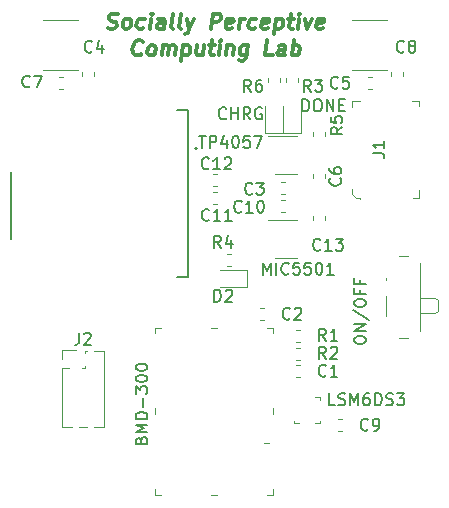
<source format=gbr>
G04 #@! TF.GenerationSoftware,KiCad,Pcbnew,5.0.2-bee76a0~70~ubuntu18.04.1*
G04 #@! TF.CreationDate,2019-06-28T20:51:35+02:00*
G04 #@! TF.ProjectId,rythm_badge_tudelft,72797468-6d5f-4626-9164-67655f747564,rev?*
G04 #@! TF.SameCoordinates,Original*
G04 #@! TF.FileFunction,Legend,Top*
G04 #@! TF.FilePolarity,Positive*
%FSLAX46Y46*%
G04 Gerber Fmt 4.6, Leading zero omitted, Abs format (unit mm)*
G04 Created by KiCad (PCBNEW 5.0.2-bee76a0~70~ubuntu18.04.1) date vr 28 jun 2019 20:51:35 CEST*
%MOMM*%
%LPD*%
G01*
G04 APERTURE LIST*
%ADD10C,0.300000*%
%ADD11C,0.127000*%
%ADD12C,0.200000*%
%ADD13C,0.120000*%
%ADD14C,0.100000*%
%ADD15C,0.150000*%
G04 APERTURE END LIST*
D10*
X84972273Y-56551190D02*
X85150250Y-56613095D01*
X85459773Y-56613095D01*
X85591321Y-56551190D01*
X85660964Y-56489285D01*
X85738345Y-56365476D01*
X85753821Y-56241666D01*
X85707392Y-56117857D01*
X85653226Y-56055952D01*
X85537154Y-55994047D01*
X85297273Y-55932142D01*
X85181202Y-55870238D01*
X85127035Y-55808333D01*
X85080607Y-55684523D01*
X85096083Y-55560714D01*
X85173464Y-55436904D01*
X85243107Y-55375000D01*
X85374654Y-55313095D01*
X85684178Y-55313095D01*
X85862154Y-55375000D01*
X86450250Y-56613095D02*
X86334178Y-56551190D01*
X86280011Y-56489285D01*
X86233583Y-56365476D01*
X86280011Y-55994047D01*
X86357392Y-55870238D01*
X86427035Y-55808333D01*
X86558583Y-55746428D01*
X86744297Y-55746428D01*
X86860369Y-55808333D01*
X86914535Y-55870238D01*
X86960964Y-55994047D01*
X86914535Y-56365476D01*
X86837154Y-56489285D01*
X86767511Y-56551190D01*
X86635964Y-56613095D01*
X86450250Y-56613095D01*
X88005607Y-56551190D02*
X87874059Y-56613095D01*
X87626440Y-56613095D01*
X87510369Y-56551190D01*
X87456202Y-56489285D01*
X87409773Y-56365476D01*
X87456202Y-55994047D01*
X87533583Y-55870238D01*
X87603226Y-55808333D01*
X87734773Y-55746428D01*
X87982392Y-55746428D01*
X88098464Y-55808333D01*
X88555011Y-56613095D02*
X88663345Y-55746428D01*
X88717511Y-55313095D02*
X88647869Y-55375000D01*
X88702035Y-55436904D01*
X88771678Y-55375000D01*
X88717511Y-55313095D01*
X88702035Y-55436904D01*
X89731202Y-56613095D02*
X89816321Y-55932142D01*
X89769892Y-55808333D01*
X89653821Y-55746428D01*
X89406202Y-55746428D01*
X89274654Y-55808333D01*
X89738940Y-56551190D02*
X89607392Y-56613095D01*
X89297869Y-56613095D01*
X89181797Y-56551190D01*
X89135369Y-56427380D01*
X89150845Y-56303571D01*
X89228226Y-56179761D01*
X89359773Y-56117857D01*
X89669297Y-56117857D01*
X89800845Y-56055952D01*
X90535964Y-56613095D02*
X90419892Y-56551190D01*
X90373464Y-56427380D01*
X90512750Y-55313095D01*
X91216916Y-56613095D02*
X91100845Y-56551190D01*
X91054416Y-56427380D01*
X91193702Y-55313095D01*
X91696678Y-55746428D02*
X91897869Y-56613095D01*
X92315726Y-55746428D02*
X91897869Y-56613095D01*
X91735369Y-56922619D01*
X91665726Y-56984523D01*
X91534178Y-57046428D01*
X93693107Y-56613095D02*
X93855607Y-55313095D01*
X94350845Y-55313095D01*
X94466916Y-55375000D01*
X94521083Y-55436904D01*
X94567511Y-55560714D01*
X94544297Y-55746428D01*
X94466916Y-55870238D01*
X94397273Y-55932142D01*
X94265726Y-55994047D01*
X93770488Y-55994047D01*
X95496083Y-56551190D02*
X95364535Y-56613095D01*
X95116916Y-56613095D01*
X95000845Y-56551190D01*
X94954416Y-56427380D01*
X95016321Y-55932142D01*
X95093702Y-55808333D01*
X95225250Y-55746428D01*
X95472869Y-55746428D01*
X95588940Y-55808333D01*
X95635369Y-55932142D01*
X95619892Y-56055952D01*
X94985369Y-56179761D01*
X96107392Y-56613095D02*
X96215726Y-55746428D01*
X96184773Y-55994047D02*
X96262154Y-55870238D01*
X96331797Y-55808333D01*
X96463345Y-55746428D01*
X96587154Y-55746428D01*
X97477035Y-56551190D02*
X97345488Y-56613095D01*
X97097869Y-56613095D01*
X96981797Y-56551190D01*
X96927630Y-56489285D01*
X96881202Y-56365476D01*
X96927630Y-55994047D01*
X97005011Y-55870238D01*
X97074654Y-55808333D01*
X97206202Y-55746428D01*
X97453821Y-55746428D01*
X97569892Y-55808333D01*
X98529416Y-56551190D02*
X98397869Y-56613095D01*
X98150250Y-56613095D01*
X98034178Y-56551190D01*
X97987750Y-56427380D01*
X98049654Y-55932142D01*
X98127035Y-55808333D01*
X98258583Y-55746428D01*
X98506202Y-55746428D01*
X98622273Y-55808333D01*
X98668702Y-55932142D01*
X98653226Y-56055952D01*
X98018702Y-56179761D01*
X99249059Y-55746428D02*
X99086559Y-57046428D01*
X99241321Y-55808333D02*
X99372869Y-55746428D01*
X99620488Y-55746428D01*
X99736559Y-55808333D01*
X99790726Y-55870238D01*
X99837154Y-55994047D01*
X99790726Y-56365476D01*
X99713345Y-56489285D01*
X99643702Y-56551190D01*
X99512154Y-56613095D01*
X99264535Y-56613095D01*
X99148464Y-56551190D01*
X100239535Y-55746428D02*
X100734773Y-55746428D01*
X100479416Y-55313095D02*
X100340130Y-56427380D01*
X100386559Y-56551190D01*
X100502630Y-56613095D01*
X100626440Y-56613095D01*
X101059773Y-56613095D02*
X101168107Y-55746428D01*
X101222273Y-55313095D02*
X101152630Y-55375000D01*
X101206797Y-55436904D01*
X101276440Y-55375000D01*
X101222273Y-55313095D01*
X101206797Y-55436904D01*
X101663345Y-55746428D02*
X101864535Y-56613095D01*
X102282392Y-55746428D01*
X103172273Y-56551190D02*
X103040726Y-56613095D01*
X102793107Y-56613095D01*
X102677035Y-56551190D01*
X102630607Y-56427380D01*
X102692511Y-55932142D01*
X102769892Y-55808333D01*
X102901440Y-55746428D01*
X103149059Y-55746428D01*
X103265130Y-55808333D01*
X103311559Y-55932142D01*
X103296083Y-56055952D01*
X102661559Y-56179761D01*
X87827630Y-58739285D02*
X87757988Y-58801190D01*
X87564535Y-58863095D01*
X87440726Y-58863095D01*
X87262750Y-58801190D01*
X87154416Y-58677380D01*
X87107988Y-58553571D01*
X87077035Y-58305952D01*
X87100250Y-58120238D01*
X87193107Y-57872619D01*
X87270488Y-57748809D01*
X87409773Y-57625000D01*
X87603226Y-57563095D01*
X87727035Y-57563095D01*
X87905011Y-57625000D01*
X87959178Y-57686904D01*
X88555011Y-58863095D02*
X88438940Y-58801190D01*
X88384773Y-58739285D01*
X88338345Y-58615476D01*
X88384773Y-58244047D01*
X88462154Y-58120238D01*
X88531797Y-58058333D01*
X88663345Y-57996428D01*
X88849059Y-57996428D01*
X88965130Y-58058333D01*
X89019297Y-58120238D01*
X89065726Y-58244047D01*
X89019297Y-58615476D01*
X88941916Y-58739285D01*
X88872273Y-58801190D01*
X88740726Y-58863095D01*
X88555011Y-58863095D01*
X89545488Y-58863095D02*
X89653821Y-57996428D01*
X89638345Y-58120238D02*
X89707988Y-58058333D01*
X89839535Y-57996428D01*
X90025250Y-57996428D01*
X90141321Y-58058333D01*
X90187750Y-58182142D01*
X90102630Y-58863095D01*
X90187750Y-58182142D02*
X90265130Y-58058333D01*
X90396678Y-57996428D01*
X90582392Y-57996428D01*
X90698464Y-58058333D01*
X90744892Y-58182142D01*
X90659773Y-58863095D01*
X91387154Y-57996428D02*
X91224654Y-59296428D01*
X91379416Y-58058333D02*
X91510964Y-57996428D01*
X91758583Y-57996428D01*
X91874654Y-58058333D01*
X91928821Y-58120238D01*
X91975250Y-58244047D01*
X91928821Y-58615476D01*
X91851440Y-58739285D01*
X91781797Y-58801190D01*
X91650250Y-58863095D01*
X91402630Y-58863095D01*
X91286559Y-58801190D01*
X93120488Y-57996428D02*
X93012154Y-58863095D01*
X92563345Y-57996428D02*
X92478226Y-58677380D01*
X92524654Y-58801190D01*
X92640726Y-58863095D01*
X92826440Y-58863095D01*
X92957988Y-58801190D01*
X93027630Y-58739285D01*
X93553821Y-57996428D02*
X94049059Y-57996428D01*
X93793702Y-57563095D02*
X93654416Y-58677380D01*
X93700845Y-58801190D01*
X93816916Y-58863095D01*
X93940726Y-58863095D01*
X94374059Y-58863095D02*
X94482392Y-57996428D01*
X94536559Y-57563095D02*
X94466916Y-57625000D01*
X94521083Y-57686904D01*
X94590726Y-57625000D01*
X94536559Y-57563095D01*
X94521083Y-57686904D01*
X95101440Y-57996428D02*
X94993107Y-58863095D01*
X95085964Y-58120238D02*
X95155607Y-58058333D01*
X95287154Y-57996428D01*
X95472869Y-57996428D01*
X95588940Y-58058333D01*
X95635369Y-58182142D01*
X95550250Y-58863095D01*
X96834773Y-57996428D02*
X96703226Y-59048809D01*
X96625845Y-59172619D01*
X96556202Y-59234523D01*
X96424654Y-59296428D01*
X96238940Y-59296428D01*
X96122869Y-59234523D01*
X96734178Y-58801190D02*
X96602630Y-58863095D01*
X96355011Y-58863095D01*
X96238940Y-58801190D01*
X96184773Y-58739285D01*
X96138345Y-58615476D01*
X96184773Y-58244047D01*
X96262154Y-58120238D01*
X96331797Y-58058333D01*
X96463345Y-57996428D01*
X96710964Y-57996428D01*
X96827035Y-58058333D01*
X98955011Y-58863095D02*
X98335964Y-58863095D01*
X98498464Y-57563095D01*
X99945488Y-58863095D02*
X100030607Y-58182142D01*
X99984178Y-58058333D01*
X99868107Y-57996428D01*
X99620488Y-57996428D01*
X99488940Y-58058333D01*
X99953226Y-58801190D02*
X99821678Y-58863095D01*
X99512154Y-58863095D01*
X99396083Y-58801190D01*
X99349654Y-58677380D01*
X99365130Y-58553571D01*
X99442511Y-58429761D01*
X99574059Y-58367857D01*
X99883583Y-58367857D01*
X100015130Y-58305952D01*
X100564535Y-58863095D02*
X100727035Y-57563095D01*
X100665130Y-58058333D02*
X100796678Y-57996428D01*
X101044297Y-57996428D01*
X101160369Y-58058333D01*
X101214535Y-58120238D01*
X101260964Y-58244047D01*
X101214535Y-58615476D01*
X101137154Y-58739285D01*
X101067511Y-58801190D01*
X100935964Y-58863095D01*
X100688345Y-58863095D01*
X100572273Y-58801190D01*
D11*
G04 #@! TO.C,J5*
X90833300Y-63465800D02*
X91778300Y-63465800D01*
X91778300Y-63465800D02*
X91778300Y-77605800D01*
X91778300Y-77605800D02*
X90833300Y-77605800D01*
X76828300Y-68735800D02*
X76828300Y-74435800D01*
D12*
X92543300Y-66725800D02*
G75*
G03X92543300Y-66725800I-100000J0D01*
G01*
D13*
G04 #@! TO.C,SW1*
X108557200Y-77898800D02*
X108557200Y-77698800D01*
X112697200Y-80698800D02*
X112907200Y-80498800D01*
X112697200Y-79398800D02*
X112907200Y-79598800D01*
X111407200Y-80698800D02*
X112697200Y-80698800D01*
X112907200Y-80498800D02*
X112907200Y-79598800D01*
X112697200Y-79398800D02*
X111407200Y-79398800D01*
X111407200Y-82148800D02*
X111407200Y-76448800D01*
X108557200Y-80898800D02*
X108557200Y-79198800D01*
X109607200Y-82748800D02*
X110397200Y-82748800D01*
X110397200Y-75848800D02*
X109607200Y-75848800D01*
G04 #@! TO.C,J2*
X81127900Y-90357000D02*
X81950370Y-90357000D01*
X83835430Y-90357000D02*
X84657900Y-90357000D01*
X82565430Y-90357000D02*
X83220370Y-90357000D01*
X81127900Y-85342000D02*
X81127900Y-90357000D01*
X84657900Y-83887000D02*
X84657900Y-90357000D01*
X81127900Y-85342000D02*
X81694429Y-85342000D01*
X82821371Y-85342000D02*
X82964429Y-85342000D01*
X83017900Y-85288529D02*
X83017900Y-85145471D01*
X83017900Y-84018529D02*
X83017900Y-83887000D01*
X83017900Y-83887000D02*
X83220370Y-83887000D01*
X83835430Y-83887000D02*
X84657900Y-83887000D01*
X81127900Y-84582000D02*
X81127900Y-83822000D01*
X81127900Y-83822000D02*
X82257900Y-83822000D01*
G04 #@! TO.C,D3*
X101319000Y-65429500D02*
X101319000Y-63144500D01*
X99849000Y-65429500D02*
X101319000Y-65429500D01*
X99849000Y-63144500D02*
X99849000Y-65429500D01*
G04 #@! TO.C,D1*
X98337700Y-63157200D02*
X98337700Y-65442200D01*
X98337700Y-65442200D02*
X99807700Y-65442200D01*
X99807700Y-65442200D02*
X99807700Y-63157200D01*
D14*
G04 #@! TO.C,U2*
X79498600Y-55866400D02*
X82498600Y-55866400D01*
X79498600Y-60133600D02*
X82498600Y-60133600D01*
G04 #@! TO.C,U3*
X105648600Y-55866400D02*
X108648600Y-55866400D01*
X105648600Y-60133600D02*
X108648600Y-60133600D01*
D13*
G04 #@! TO.C,C1*
X100929221Y-86108000D02*
X101254779Y-86108000D01*
X100929221Y-85088000D02*
X101254779Y-85088000D01*
G04 #@! TO.C,C2*
X97881221Y-81282000D02*
X98206779Y-81282000D01*
X97881221Y-80262000D02*
X98206779Y-80262000D01*
G04 #@! TO.C,C3*
X99659221Y-70614000D02*
X99984779Y-70614000D01*
X99659221Y-69594000D02*
X99984779Y-69594000D01*
G04 #@! TO.C,C4*
X83822000Y-60614779D02*
X83822000Y-60289221D01*
X82802000Y-60614779D02*
X82802000Y-60289221D01*
G04 #@! TO.C,C5*
X107350779Y-60704000D02*
X107025221Y-60704000D01*
X107350779Y-61724000D02*
X107025221Y-61724000D01*
G04 #@! TO.C,C6*
X102360000Y-68925221D02*
X102360000Y-69250779D01*
X103380000Y-68925221D02*
X103380000Y-69250779D01*
G04 #@! TO.C,C7*
X81188779Y-60704000D02*
X80863221Y-60704000D01*
X81188779Y-61724000D02*
X80863221Y-61724000D01*
G04 #@! TO.C,C8*
X109984000Y-60614779D02*
X109984000Y-60289221D01*
X108964000Y-60614779D02*
X108964000Y-60289221D01*
G04 #@! TO.C,C9*
X104485221Y-90680000D02*
X104810779Y-90680000D01*
X104485221Y-89660000D02*
X104810779Y-89660000D01*
G04 #@! TO.C,C10*
X99659221Y-72138000D02*
X99984779Y-72138000D01*
X99659221Y-71118000D02*
X99984779Y-71118000D01*
G04 #@! TO.C,C11*
X93927552Y-71467194D02*
X94253110Y-71467194D01*
X93927552Y-70447194D02*
X94253110Y-70447194D01*
G04 #@! TO.C,C12*
X93927552Y-69943194D02*
X94253110Y-69943194D01*
X93927552Y-68923194D02*
X94253110Y-68923194D01*
G04 #@! TO.C,C13*
X103380000Y-72806779D02*
X103380000Y-72481221D01*
X102360000Y-72806779D02*
X102360000Y-72481221D01*
G04 #@! TO.C,D2*
X96735000Y-76989000D02*
X94450000Y-76989000D01*
X96735000Y-78459000D02*
X96735000Y-76989000D01*
X94450000Y-78459000D02*
X96735000Y-78459000D01*
D14*
G04 #@! TO.C,J1*
X106318000Y-70902000D02*
X106318000Y-71052000D01*
X106018000Y-70902000D02*
X106318000Y-70902000D01*
X105668000Y-70602000D02*
X106018000Y-70902000D01*
X105668000Y-70152000D02*
X105668000Y-70602000D01*
X105668000Y-62702000D02*
X106368000Y-62702000D01*
X105668000Y-63202000D02*
X105668000Y-62702000D01*
X111368000Y-62702000D02*
X111368000Y-63102000D01*
X110768000Y-62702000D02*
X111368000Y-62702000D01*
X111368000Y-70902000D02*
X111368000Y-70252000D01*
X110818000Y-70902000D02*
X111368000Y-70902000D01*
G04 #@! TO.C,MOD1*
X89000000Y-81900000D02*
X89000000Y-82400000D01*
X89000000Y-81900000D02*
X89500000Y-81900000D01*
X89000000Y-96100000D02*
X89000000Y-95600000D01*
X89000000Y-96100000D02*
X89500000Y-96100000D01*
X99000000Y-96100000D02*
X98500000Y-96100000D01*
X99000000Y-96100000D02*
X99000000Y-95600000D01*
X99000000Y-81900000D02*
X99000000Y-82400000D01*
X99000000Y-81900000D02*
X98500000Y-81900000D01*
X98200000Y-91700000D02*
X98600000Y-91700000D01*
X94000000Y-96100000D02*
X93750000Y-96100000D01*
X94000000Y-96100000D02*
X94250000Y-96100000D01*
X94000000Y-81900000D02*
X93750000Y-81900000D01*
X94000000Y-81900000D02*
X94250000Y-81900000D01*
X99000000Y-89000000D02*
X99000000Y-88750000D01*
X99000000Y-89000000D02*
X99000000Y-89250000D01*
X89000000Y-89000000D02*
X89000000Y-88750000D01*
X89000000Y-89000000D02*
X89000000Y-89250000D01*
D13*
G04 #@! TO.C,R1*
X101254779Y-82116401D02*
X100929221Y-82116401D01*
X101254779Y-83136401D02*
X100929221Y-83136401D01*
G04 #@! TO.C,R2*
X100929221Y-84646401D02*
X101254779Y-84646401D01*
X100929221Y-83626401D02*
X101254779Y-83626401D01*
G04 #@! TO.C,R3*
X100074000Y-60797221D02*
X100074000Y-61122779D01*
X101094000Y-60797221D02*
X101094000Y-61122779D01*
G04 #@! TO.C,R4*
X95087221Y-76710000D02*
X95412779Y-76710000D01*
X95087221Y-75690000D02*
X95412779Y-75690000D01*
G04 #@! TO.C,R5*
X103380000Y-65694779D02*
X103380000Y-65369221D01*
X102360000Y-65694779D02*
X102360000Y-65369221D01*
G04 #@! TO.C,R6*
X99570000Y-61122779D02*
X99570000Y-60797221D01*
X98550000Y-61122779D02*
X98550000Y-60797221D01*
G04 #@! TO.C,U1*
X100976000Y-65700000D02*
X98526000Y-65700000D01*
X99176000Y-68920000D02*
X100976000Y-68920000D01*
G04 #@! TO.C,U4*
X100744000Y-90010000D02*
X100744000Y-89785000D01*
X101144000Y-90010000D02*
X100744000Y-90010000D01*
X102964000Y-90010000D02*
X102964000Y-89785000D01*
X102564000Y-90010000D02*
X102964000Y-90010000D01*
X102964000Y-87790000D02*
X102964000Y-88015000D01*
X102564000Y-87790000D02*
X102964000Y-87790000D01*
G04 #@! TO.C,U5*
X100976000Y-72812000D02*
X98526000Y-72812000D01*
X99176000Y-76032000D02*
X100976000Y-76032000D01*
G04 #@! TO.C,SW1*
D15*
X105827580Y-83054509D02*
X105827580Y-82864033D01*
X105875200Y-82768795D01*
X105970438Y-82673557D01*
X106160914Y-82625938D01*
X106494247Y-82625938D01*
X106684723Y-82673557D01*
X106779961Y-82768795D01*
X106827580Y-82864033D01*
X106827580Y-83054509D01*
X106779961Y-83149747D01*
X106684723Y-83244985D01*
X106494247Y-83292604D01*
X106160914Y-83292604D01*
X105970438Y-83244985D01*
X105875200Y-83149747D01*
X105827580Y-83054509D01*
X106827580Y-82197366D02*
X105827580Y-82197366D01*
X106827580Y-81625938D01*
X105827580Y-81625938D01*
X105779961Y-80435461D02*
X107065676Y-81292604D01*
X105827580Y-79911652D02*
X105827580Y-79721176D01*
X105875200Y-79625938D01*
X105970438Y-79530700D01*
X106160914Y-79483080D01*
X106494247Y-79483080D01*
X106684723Y-79530700D01*
X106779961Y-79625938D01*
X106827580Y-79721176D01*
X106827580Y-79911652D01*
X106779961Y-80006890D01*
X106684723Y-80102128D01*
X106494247Y-80149747D01*
X106160914Y-80149747D01*
X105970438Y-80102128D01*
X105875200Y-80006890D01*
X105827580Y-79911652D01*
X106303771Y-78721176D02*
X106303771Y-79054509D01*
X106827580Y-79054509D02*
X105827580Y-79054509D01*
X105827580Y-78578319D01*
X106303771Y-77864033D02*
X106303771Y-78197366D01*
X106827580Y-78197366D02*
X105827580Y-78197366D01*
X105827580Y-77721176D01*
G04 #@! TO.C,J2*
X82559566Y-82339380D02*
X82559566Y-83053666D01*
X82511947Y-83196523D01*
X82416709Y-83291761D01*
X82273852Y-83339380D01*
X82178614Y-83339380D01*
X82988138Y-82434619D02*
X83035757Y-82387000D01*
X83130995Y-82339380D01*
X83369090Y-82339380D01*
X83464328Y-82387000D01*
X83511947Y-82434619D01*
X83559566Y-82529857D01*
X83559566Y-82625095D01*
X83511947Y-82767952D01*
X82940519Y-83339380D01*
X83559566Y-83339380D01*
G04 #@! TO.C,D3*
X101463695Y-63584080D02*
X101463695Y-62584080D01*
X101701790Y-62584080D01*
X101844647Y-62631700D01*
X101939885Y-62726938D01*
X101987504Y-62822176D01*
X102035123Y-63012652D01*
X102035123Y-63155509D01*
X101987504Y-63345985D01*
X101939885Y-63441223D01*
X101844647Y-63536461D01*
X101701790Y-63584080D01*
X101463695Y-63584080D01*
X102654171Y-62584080D02*
X102844647Y-62584080D01*
X102939885Y-62631700D01*
X103035123Y-62726938D01*
X103082742Y-62917414D01*
X103082742Y-63250747D01*
X103035123Y-63441223D01*
X102939885Y-63536461D01*
X102844647Y-63584080D01*
X102654171Y-63584080D01*
X102558933Y-63536461D01*
X102463695Y-63441223D01*
X102416076Y-63250747D01*
X102416076Y-62917414D01*
X102463695Y-62726938D01*
X102558933Y-62631700D01*
X102654171Y-62584080D01*
X103511314Y-63584080D02*
X103511314Y-62584080D01*
X104082742Y-63584080D01*
X104082742Y-62584080D01*
X104558933Y-63060271D02*
X104892266Y-63060271D01*
X105035123Y-63584080D02*
X104558933Y-63584080D01*
X104558933Y-62584080D01*
X105035123Y-62584080D01*
G04 #@! TO.C,D1*
X95000914Y-64161942D02*
X94953295Y-64209561D01*
X94810438Y-64257180D01*
X94715200Y-64257180D01*
X94572342Y-64209561D01*
X94477104Y-64114323D01*
X94429485Y-64019085D01*
X94381866Y-63828609D01*
X94381866Y-63685752D01*
X94429485Y-63495276D01*
X94477104Y-63400038D01*
X94572342Y-63304800D01*
X94715200Y-63257180D01*
X94810438Y-63257180D01*
X94953295Y-63304800D01*
X95000914Y-63352419D01*
X95429485Y-64257180D02*
X95429485Y-63257180D01*
X95429485Y-63733371D02*
X96000914Y-63733371D01*
X96000914Y-64257180D02*
X96000914Y-63257180D01*
X97048533Y-64257180D02*
X96715200Y-63780990D01*
X96477104Y-64257180D02*
X96477104Y-63257180D01*
X96858057Y-63257180D01*
X96953295Y-63304800D01*
X97000914Y-63352419D01*
X97048533Y-63447657D01*
X97048533Y-63590514D01*
X97000914Y-63685752D01*
X96953295Y-63733371D01*
X96858057Y-63780990D01*
X96477104Y-63780990D01*
X98000914Y-63304800D02*
X97905676Y-63257180D01*
X97762819Y-63257180D01*
X97619961Y-63304800D01*
X97524723Y-63400038D01*
X97477104Y-63495276D01*
X97429485Y-63685752D01*
X97429485Y-63828609D01*
X97477104Y-64019085D01*
X97524723Y-64114323D01*
X97619961Y-64209561D01*
X97762819Y-64257180D01*
X97858057Y-64257180D01*
X98000914Y-64209561D01*
X98048533Y-64161942D01*
X98048533Y-63828609D01*
X97858057Y-63828609D01*
G04 #@! TO.C,C1*
X103465333Y-85955142D02*
X103417714Y-86002761D01*
X103274857Y-86050380D01*
X103179619Y-86050380D01*
X103036761Y-86002761D01*
X102941523Y-85907523D01*
X102893904Y-85812285D01*
X102846285Y-85621809D01*
X102846285Y-85478952D01*
X102893904Y-85288476D01*
X102941523Y-85193238D01*
X103036761Y-85098000D01*
X103179619Y-85050380D01*
X103274857Y-85050380D01*
X103417714Y-85098000D01*
X103465333Y-85145619D01*
X104417714Y-86050380D02*
X103846285Y-86050380D01*
X104132000Y-86050380D02*
X104132000Y-85050380D01*
X104036761Y-85193238D01*
X103941523Y-85288476D01*
X103846285Y-85336095D01*
G04 #@! TO.C,C2*
X100417333Y-81129142D02*
X100369714Y-81176761D01*
X100226857Y-81224380D01*
X100131619Y-81224380D01*
X99988761Y-81176761D01*
X99893523Y-81081523D01*
X99845904Y-80986285D01*
X99798285Y-80795809D01*
X99798285Y-80652952D01*
X99845904Y-80462476D01*
X99893523Y-80367238D01*
X99988761Y-80272000D01*
X100131619Y-80224380D01*
X100226857Y-80224380D01*
X100369714Y-80272000D01*
X100417333Y-80319619D01*
X100798285Y-80319619D02*
X100845904Y-80272000D01*
X100941142Y-80224380D01*
X101179238Y-80224380D01*
X101274476Y-80272000D01*
X101322095Y-80319619D01*
X101369714Y-80414857D01*
X101369714Y-80510095D01*
X101322095Y-80652952D01*
X100750666Y-81224380D01*
X101369714Y-81224380D01*
G04 #@! TO.C,C3*
X97216933Y-70537342D02*
X97169314Y-70584961D01*
X97026457Y-70632580D01*
X96931219Y-70632580D01*
X96788361Y-70584961D01*
X96693123Y-70489723D01*
X96645504Y-70394485D01*
X96597885Y-70204009D01*
X96597885Y-70061152D01*
X96645504Y-69870676D01*
X96693123Y-69775438D01*
X96788361Y-69680200D01*
X96931219Y-69632580D01*
X97026457Y-69632580D01*
X97169314Y-69680200D01*
X97216933Y-69727819D01*
X97550266Y-69632580D02*
X98169314Y-69632580D01*
X97835980Y-70013533D01*
X97978838Y-70013533D01*
X98074076Y-70061152D01*
X98121695Y-70108771D01*
X98169314Y-70204009D01*
X98169314Y-70442104D01*
X98121695Y-70537342D01*
X98074076Y-70584961D01*
X97978838Y-70632580D01*
X97693123Y-70632580D01*
X97597885Y-70584961D01*
X97550266Y-70537342D01*
G04 #@! TO.C,C4*
X83653333Y-58523142D02*
X83605714Y-58570761D01*
X83462857Y-58618380D01*
X83367619Y-58618380D01*
X83224761Y-58570761D01*
X83129523Y-58475523D01*
X83081904Y-58380285D01*
X83034285Y-58189809D01*
X83034285Y-58046952D01*
X83081904Y-57856476D01*
X83129523Y-57761238D01*
X83224761Y-57666000D01*
X83367619Y-57618380D01*
X83462857Y-57618380D01*
X83605714Y-57666000D01*
X83653333Y-57713619D01*
X84510476Y-57951714D02*
X84510476Y-58618380D01*
X84272380Y-57570761D02*
X84034285Y-58285047D01*
X84653333Y-58285047D01*
G04 #@! TO.C,C5*
X104481333Y-61571142D02*
X104433714Y-61618761D01*
X104290857Y-61666380D01*
X104195619Y-61666380D01*
X104052761Y-61618761D01*
X103957523Y-61523523D01*
X103909904Y-61428285D01*
X103862285Y-61237809D01*
X103862285Y-61094952D01*
X103909904Y-60904476D01*
X103957523Y-60809238D01*
X104052761Y-60714000D01*
X104195619Y-60666380D01*
X104290857Y-60666380D01*
X104433714Y-60714000D01*
X104481333Y-60761619D01*
X105386095Y-60666380D02*
X104909904Y-60666380D01*
X104862285Y-61142571D01*
X104909904Y-61094952D01*
X105005142Y-61047333D01*
X105243238Y-61047333D01*
X105338476Y-61094952D01*
X105386095Y-61142571D01*
X105433714Y-61237809D01*
X105433714Y-61475904D01*
X105386095Y-61571142D01*
X105338476Y-61618761D01*
X105243238Y-61666380D01*
X105005142Y-61666380D01*
X104909904Y-61618761D01*
X104862285Y-61571142D01*
G04 #@! TO.C,C6*
X104657142Y-69254666D02*
X104704761Y-69302285D01*
X104752380Y-69445142D01*
X104752380Y-69540380D01*
X104704761Y-69683238D01*
X104609523Y-69778476D01*
X104514285Y-69826095D01*
X104323809Y-69873714D01*
X104180952Y-69873714D01*
X103990476Y-69826095D01*
X103895238Y-69778476D01*
X103800000Y-69683238D01*
X103752380Y-69540380D01*
X103752380Y-69445142D01*
X103800000Y-69302285D01*
X103847619Y-69254666D01*
X103752380Y-68397523D02*
X103752380Y-68588000D01*
X103800000Y-68683238D01*
X103847619Y-68730857D01*
X103990476Y-68826095D01*
X104180952Y-68873714D01*
X104561904Y-68873714D01*
X104657142Y-68826095D01*
X104704761Y-68778476D01*
X104752380Y-68683238D01*
X104752380Y-68492761D01*
X104704761Y-68397523D01*
X104657142Y-68349904D01*
X104561904Y-68302285D01*
X104323809Y-68302285D01*
X104228571Y-68349904D01*
X104180952Y-68397523D01*
X104133333Y-68492761D01*
X104133333Y-68683238D01*
X104180952Y-68778476D01*
X104228571Y-68826095D01*
X104323809Y-68873714D01*
G04 #@! TO.C,C7*
X78379554Y-61465543D02*
X78331935Y-61513162D01*
X78189078Y-61560781D01*
X78093840Y-61560781D01*
X77950982Y-61513162D01*
X77855744Y-61417924D01*
X77808125Y-61322686D01*
X77760506Y-61132210D01*
X77760506Y-60989353D01*
X77808125Y-60798877D01*
X77855744Y-60703639D01*
X77950982Y-60608401D01*
X78093840Y-60560781D01*
X78189078Y-60560781D01*
X78331935Y-60608401D01*
X78379554Y-60656020D01*
X78712887Y-60560781D02*
X79379554Y-60560781D01*
X78950982Y-61560781D01*
G04 #@! TO.C,C8*
X110069333Y-58523142D02*
X110021714Y-58570761D01*
X109878857Y-58618380D01*
X109783619Y-58618380D01*
X109640761Y-58570761D01*
X109545523Y-58475523D01*
X109497904Y-58380285D01*
X109450285Y-58189809D01*
X109450285Y-58046952D01*
X109497904Y-57856476D01*
X109545523Y-57761238D01*
X109640761Y-57666000D01*
X109783619Y-57618380D01*
X109878857Y-57618380D01*
X110021714Y-57666000D01*
X110069333Y-57713619D01*
X110640761Y-58046952D02*
X110545523Y-57999333D01*
X110497904Y-57951714D01*
X110450285Y-57856476D01*
X110450285Y-57808857D01*
X110497904Y-57713619D01*
X110545523Y-57666000D01*
X110640761Y-57618380D01*
X110831238Y-57618380D01*
X110926476Y-57666000D01*
X110974095Y-57713619D01*
X111021714Y-57808857D01*
X111021714Y-57856476D01*
X110974095Y-57951714D01*
X110926476Y-57999333D01*
X110831238Y-58046952D01*
X110640761Y-58046952D01*
X110545523Y-58094571D01*
X110497904Y-58142190D01*
X110450285Y-58237428D01*
X110450285Y-58427904D01*
X110497904Y-58523142D01*
X110545523Y-58570761D01*
X110640761Y-58618380D01*
X110831238Y-58618380D01*
X110926476Y-58570761D01*
X110974095Y-58523142D01*
X111021714Y-58427904D01*
X111021714Y-58237428D01*
X110974095Y-58142190D01*
X110926476Y-58094571D01*
X110831238Y-58046952D01*
G04 #@! TO.C,C9*
X107021333Y-90527142D02*
X106973714Y-90574761D01*
X106830857Y-90622380D01*
X106735619Y-90622380D01*
X106592761Y-90574761D01*
X106497523Y-90479523D01*
X106449904Y-90384285D01*
X106402285Y-90193809D01*
X106402285Y-90050952D01*
X106449904Y-89860476D01*
X106497523Y-89765238D01*
X106592761Y-89670000D01*
X106735619Y-89622380D01*
X106830857Y-89622380D01*
X106973714Y-89670000D01*
X107021333Y-89717619D01*
X107497523Y-90622380D02*
X107688000Y-90622380D01*
X107783238Y-90574761D01*
X107830857Y-90527142D01*
X107926095Y-90384285D01*
X107973714Y-90193809D01*
X107973714Y-89812857D01*
X107926095Y-89717619D01*
X107878476Y-89670000D01*
X107783238Y-89622380D01*
X107592761Y-89622380D01*
X107497523Y-89670000D01*
X107449904Y-89717619D01*
X107402285Y-89812857D01*
X107402285Y-90050952D01*
X107449904Y-90146190D01*
X107497523Y-90193809D01*
X107592761Y-90241428D01*
X107783238Y-90241428D01*
X107878476Y-90193809D01*
X107926095Y-90146190D01*
X107973714Y-90050952D01*
G04 #@! TO.C,C10*
X96308942Y-72061342D02*
X96261323Y-72108961D01*
X96118466Y-72156580D01*
X96023228Y-72156580D01*
X95880371Y-72108961D01*
X95785133Y-72013723D01*
X95737514Y-71918485D01*
X95689895Y-71728009D01*
X95689895Y-71585152D01*
X95737514Y-71394676D01*
X95785133Y-71299438D01*
X95880371Y-71204200D01*
X96023228Y-71156580D01*
X96118466Y-71156580D01*
X96261323Y-71204200D01*
X96308942Y-71251819D01*
X97261323Y-72156580D02*
X96689895Y-72156580D01*
X96975609Y-72156580D02*
X96975609Y-71156580D01*
X96880371Y-71299438D01*
X96785133Y-71394676D01*
X96689895Y-71442295D01*
X97880371Y-71156580D02*
X97975609Y-71156580D01*
X98070847Y-71204200D01*
X98118466Y-71251819D01*
X98166085Y-71347057D01*
X98213704Y-71537533D01*
X98213704Y-71775628D01*
X98166085Y-71966104D01*
X98118466Y-72061342D01*
X98070847Y-72108961D01*
X97975609Y-72156580D01*
X97880371Y-72156580D01*
X97785133Y-72108961D01*
X97737514Y-72061342D01*
X97689895Y-71966104D01*
X97642276Y-71775628D01*
X97642276Y-71537533D01*
X97689895Y-71347057D01*
X97737514Y-71251819D01*
X97785133Y-71204200D01*
X97880371Y-71156580D01*
G04 #@! TO.C,C11*
X93565742Y-72772542D02*
X93518123Y-72820161D01*
X93375266Y-72867780D01*
X93280028Y-72867780D01*
X93137171Y-72820161D01*
X93041933Y-72724923D01*
X92994314Y-72629685D01*
X92946695Y-72439209D01*
X92946695Y-72296352D01*
X92994314Y-72105876D01*
X93041933Y-72010638D01*
X93137171Y-71915400D01*
X93280028Y-71867780D01*
X93375266Y-71867780D01*
X93518123Y-71915400D01*
X93565742Y-71963019D01*
X94518123Y-72867780D02*
X93946695Y-72867780D01*
X94232409Y-72867780D02*
X94232409Y-71867780D01*
X94137171Y-72010638D01*
X94041933Y-72105876D01*
X93946695Y-72153495D01*
X95470504Y-72867780D02*
X94899076Y-72867780D01*
X95184790Y-72867780D02*
X95184790Y-71867780D01*
X95089552Y-72010638D01*
X94994314Y-72105876D01*
X94899076Y-72153495D01*
G04 #@! TO.C,C12*
X93540342Y-68403742D02*
X93492723Y-68451361D01*
X93349866Y-68498980D01*
X93254628Y-68498980D01*
X93111771Y-68451361D01*
X93016533Y-68356123D01*
X92968914Y-68260885D01*
X92921295Y-68070409D01*
X92921295Y-67927552D01*
X92968914Y-67737076D01*
X93016533Y-67641838D01*
X93111771Y-67546600D01*
X93254628Y-67498980D01*
X93349866Y-67498980D01*
X93492723Y-67546600D01*
X93540342Y-67594219D01*
X94492723Y-68498980D02*
X93921295Y-68498980D01*
X94207009Y-68498980D02*
X94207009Y-67498980D01*
X94111771Y-67641838D01*
X94016533Y-67737076D01*
X93921295Y-67784695D01*
X94873676Y-67594219D02*
X94921295Y-67546600D01*
X95016533Y-67498980D01*
X95254628Y-67498980D01*
X95349866Y-67546600D01*
X95397485Y-67594219D01*
X95445104Y-67689457D01*
X95445104Y-67784695D01*
X95397485Y-67927552D01*
X94826057Y-68498980D01*
X95445104Y-68498980D01*
G04 #@! TO.C,C13*
X102989142Y-75287142D02*
X102941523Y-75334761D01*
X102798666Y-75382380D01*
X102703428Y-75382380D01*
X102560571Y-75334761D01*
X102465333Y-75239523D01*
X102417714Y-75144285D01*
X102370095Y-74953809D01*
X102370095Y-74810952D01*
X102417714Y-74620476D01*
X102465333Y-74525238D01*
X102560571Y-74430000D01*
X102703428Y-74382380D01*
X102798666Y-74382380D01*
X102941523Y-74430000D01*
X102989142Y-74477619D01*
X103941523Y-75382380D02*
X103370095Y-75382380D01*
X103655809Y-75382380D02*
X103655809Y-74382380D01*
X103560571Y-74525238D01*
X103465333Y-74620476D01*
X103370095Y-74668095D01*
X104274857Y-74382380D02*
X104893904Y-74382380D01*
X104560571Y-74763333D01*
X104703428Y-74763333D01*
X104798666Y-74810952D01*
X104846285Y-74858571D01*
X104893904Y-74953809D01*
X104893904Y-75191904D01*
X104846285Y-75287142D01*
X104798666Y-75334761D01*
X104703428Y-75382380D01*
X104417714Y-75382380D01*
X104322476Y-75334761D01*
X104274857Y-75287142D01*
G04 #@! TO.C,D2*
X94003904Y-79700380D02*
X94003904Y-78700380D01*
X94242000Y-78700380D01*
X94384857Y-78748000D01*
X94480095Y-78843238D01*
X94527714Y-78938476D01*
X94575333Y-79128952D01*
X94575333Y-79271809D01*
X94527714Y-79462285D01*
X94480095Y-79557523D01*
X94384857Y-79652761D01*
X94242000Y-79700380D01*
X94003904Y-79700380D01*
X94956285Y-78795619D02*
X95003904Y-78748000D01*
X95099142Y-78700380D01*
X95337238Y-78700380D01*
X95432476Y-78748000D01*
X95480095Y-78795619D01*
X95527714Y-78890857D01*
X95527714Y-78986095D01*
X95480095Y-79128952D01*
X94908666Y-79700380D01*
X95527714Y-79700380D01*
G04 #@! TO.C,J1*
X107402380Y-67135333D02*
X108116666Y-67135333D01*
X108259523Y-67182952D01*
X108354761Y-67278190D01*
X108402380Y-67421047D01*
X108402380Y-67516285D01*
X108402380Y-66135333D02*
X108402380Y-66706761D01*
X108402380Y-66421047D02*
X107402380Y-66421047D01*
X107545238Y-66516285D01*
X107640476Y-66611523D01*
X107688095Y-66706761D01*
G04 #@! TO.C,MOD1*
X87812571Y-91439619D02*
X87860190Y-91296761D01*
X87907809Y-91249142D01*
X88003047Y-91201523D01*
X88145904Y-91201523D01*
X88241142Y-91249142D01*
X88288761Y-91296761D01*
X88336380Y-91392000D01*
X88336380Y-91772952D01*
X87336380Y-91772952D01*
X87336380Y-91439619D01*
X87384000Y-91344380D01*
X87431619Y-91296761D01*
X87526857Y-91249142D01*
X87622095Y-91249142D01*
X87717333Y-91296761D01*
X87764952Y-91344380D01*
X87812571Y-91439619D01*
X87812571Y-91772952D01*
X88336380Y-90772952D02*
X87336380Y-90772952D01*
X88050666Y-90439619D01*
X87336380Y-90106285D01*
X88336380Y-90106285D01*
X88336380Y-89630095D02*
X87336380Y-89630095D01*
X87336380Y-89392000D01*
X87384000Y-89249142D01*
X87479238Y-89153904D01*
X87574476Y-89106285D01*
X87764952Y-89058666D01*
X87907809Y-89058666D01*
X88098285Y-89106285D01*
X88193523Y-89153904D01*
X88288761Y-89249142D01*
X88336380Y-89392000D01*
X88336380Y-89630095D01*
X87955428Y-88630095D02*
X87955428Y-87868190D01*
X87336380Y-87487238D02*
X87336380Y-86868190D01*
X87717333Y-87201523D01*
X87717333Y-87058666D01*
X87764952Y-86963428D01*
X87812571Y-86915809D01*
X87907809Y-86868190D01*
X88145904Y-86868190D01*
X88241142Y-86915809D01*
X88288761Y-86963428D01*
X88336380Y-87058666D01*
X88336380Y-87344380D01*
X88288761Y-87439619D01*
X88241142Y-87487238D01*
X87336380Y-86249142D02*
X87336380Y-86153904D01*
X87384000Y-86058666D01*
X87431619Y-86011047D01*
X87526857Y-85963428D01*
X87717333Y-85915809D01*
X87955428Y-85915809D01*
X88145904Y-85963428D01*
X88241142Y-86011047D01*
X88288761Y-86058666D01*
X88336380Y-86153904D01*
X88336380Y-86249142D01*
X88288761Y-86344380D01*
X88241142Y-86392000D01*
X88145904Y-86439619D01*
X87955428Y-86487238D01*
X87717333Y-86487238D01*
X87526857Y-86439619D01*
X87431619Y-86392000D01*
X87384000Y-86344380D01*
X87336380Y-86249142D01*
X87336380Y-85296761D02*
X87336380Y-85201523D01*
X87384000Y-85106285D01*
X87431619Y-85058666D01*
X87526857Y-85011047D01*
X87717333Y-84963428D01*
X87955428Y-84963428D01*
X88145904Y-85011047D01*
X88241142Y-85058666D01*
X88288761Y-85106285D01*
X88336380Y-85201523D01*
X88336380Y-85296761D01*
X88288761Y-85392000D01*
X88241142Y-85439619D01*
X88145904Y-85487238D01*
X87955428Y-85534857D01*
X87717333Y-85534857D01*
X87526857Y-85487238D01*
X87431619Y-85439619D01*
X87384000Y-85392000D01*
X87336380Y-85296761D01*
G04 #@! TO.C,R1*
X103465333Y-83002380D02*
X103132000Y-82526190D01*
X102893904Y-83002380D02*
X102893904Y-82002380D01*
X103274857Y-82002380D01*
X103370095Y-82050000D01*
X103417714Y-82097619D01*
X103465333Y-82192857D01*
X103465333Y-82335714D01*
X103417714Y-82430952D01*
X103370095Y-82478571D01*
X103274857Y-82526190D01*
X102893904Y-82526190D01*
X104417714Y-83002380D02*
X103846285Y-83002380D01*
X104132000Y-83002380D02*
X104132000Y-82002380D01*
X104036761Y-82145238D01*
X103941523Y-82240476D01*
X103846285Y-82288095D01*
G04 #@! TO.C,R2*
X103465333Y-84526380D02*
X103132000Y-84050190D01*
X102893904Y-84526380D02*
X102893904Y-83526380D01*
X103274857Y-83526380D01*
X103370095Y-83574000D01*
X103417714Y-83621619D01*
X103465333Y-83716857D01*
X103465333Y-83859714D01*
X103417714Y-83954952D01*
X103370095Y-84002571D01*
X103274857Y-84050190D01*
X102893904Y-84050190D01*
X103846285Y-83621619D02*
X103893904Y-83574000D01*
X103989142Y-83526380D01*
X104227238Y-83526380D01*
X104322476Y-83574000D01*
X104370095Y-83621619D01*
X104417714Y-83716857D01*
X104417714Y-83812095D01*
X104370095Y-83954952D01*
X103798666Y-84526380D01*
X104417714Y-84526380D01*
G04 #@! TO.C,R3*
X102195333Y-61920380D02*
X101862000Y-61444190D01*
X101623904Y-61920380D02*
X101623904Y-60920380D01*
X102004857Y-60920380D01*
X102100095Y-60968000D01*
X102147714Y-61015619D01*
X102195333Y-61110857D01*
X102195333Y-61253714D01*
X102147714Y-61348952D01*
X102100095Y-61396571D01*
X102004857Y-61444190D01*
X101623904Y-61444190D01*
X102528666Y-60920380D02*
X103147714Y-60920380D01*
X102814380Y-61301333D01*
X102957238Y-61301333D01*
X103052476Y-61348952D01*
X103100095Y-61396571D01*
X103147714Y-61491809D01*
X103147714Y-61729904D01*
X103100095Y-61825142D01*
X103052476Y-61872761D01*
X102957238Y-61920380D01*
X102671523Y-61920380D01*
X102576285Y-61872761D01*
X102528666Y-61825142D01*
G04 #@! TO.C,R4*
X94575333Y-75128380D02*
X94242000Y-74652190D01*
X94003904Y-75128380D02*
X94003904Y-74128380D01*
X94384857Y-74128380D01*
X94480095Y-74176000D01*
X94527714Y-74223619D01*
X94575333Y-74318857D01*
X94575333Y-74461714D01*
X94527714Y-74556952D01*
X94480095Y-74604571D01*
X94384857Y-74652190D01*
X94003904Y-74652190D01*
X95432476Y-74461714D02*
X95432476Y-75128380D01*
X95194380Y-74080761D02*
X94956285Y-74795047D01*
X95575333Y-74795047D01*
G04 #@! TO.C,R5*
X104846380Y-64936666D02*
X104370190Y-65270000D01*
X104846380Y-65508095D02*
X103846380Y-65508095D01*
X103846380Y-65127142D01*
X103894000Y-65031904D01*
X103941619Y-64984285D01*
X104036857Y-64936666D01*
X104179714Y-64936666D01*
X104274952Y-64984285D01*
X104322571Y-65031904D01*
X104370190Y-65127142D01*
X104370190Y-65508095D01*
X103846380Y-64031904D02*
X103846380Y-64508095D01*
X104322571Y-64555714D01*
X104274952Y-64508095D01*
X104227333Y-64412857D01*
X104227333Y-64174761D01*
X104274952Y-64079523D01*
X104322571Y-64031904D01*
X104417809Y-63984285D01*
X104655904Y-63984285D01*
X104751142Y-64031904D01*
X104798761Y-64079523D01*
X104846380Y-64174761D01*
X104846380Y-64412857D01*
X104798761Y-64508095D01*
X104751142Y-64555714D01*
G04 #@! TO.C,R6*
X97115333Y-61920380D02*
X96782000Y-61444190D01*
X96543904Y-61920380D02*
X96543904Y-60920380D01*
X96924857Y-60920380D01*
X97020095Y-60968000D01*
X97067714Y-61015619D01*
X97115333Y-61110857D01*
X97115333Y-61253714D01*
X97067714Y-61348952D01*
X97020095Y-61396571D01*
X96924857Y-61444190D01*
X96543904Y-61444190D01*
X97972476Y-60920380D02*
X97782000Y-60920380D01*
X97686761Y-60968000D01*
X97639142Y-61015619D01*
X97543904Y-61158476D01*
X97496285Y-61348952D01*
X97496285Y-61729904D01*
X97543904Y-61825142D01*
X97591523Y-61872761D01*
X97686761Y-61920380D01*
X97877238Y-61920380D01*
X97972476Y-61872761D01*
X98020095Y-61825142D01*
X98067714Y-61729904D01*
X98067714Y-61491809D01*
X98020095Y-61396571D01*
X97972476Y-61348952D01*
X97877238Y-61301333D01*
X97686761Y-61301333D01*
X97591523Y-61348952D01*
X97543904Y-61396571D01*
X97496285Y-61491809D01*
G04 #@! TO.C,U1*
X92711923Y-65670180D02*
X93283352Y-65670180D01*
X92997638Y-66670180D02*
X92997638Y-65670180D01*
X93616685Y-66670180D02*
X93616685Y-65670180D01*
X93997638Y-65670180D01*
X94092876Y-65717800D01*
X94140495Y-65765419D01*
X94188114Y-65860657D01*
X94188114Y-66003514D01*
X94140495Y-66098752D01*
X94092876Y-66146371D01*
X93997638Y-66193990D01*
X93616685Y-66193990D01*
X95045257Y-66003514D02*
X95045257Y-66670180D01*
X94807161Y-65622561D02*
X94569066Y-66336847D01*
X95188114Y-66336847D01*
X95759542Y-65670180D02*
X95854780Y-65670180D01*
X95950019Y-65717800D01*
X95997638Y-65765419D01*
X96045257Y-65860657D01*
X96092876Y-66051133D01*
X96092876Y-66289228D01*
X96045257Y-66479704D01*
X95997638Y-66574942D01*
X95950019Y-66622561D01*
X95854780Y-66670180D01*
X95759542Y-66670180D01*
X95664304Y-66622561D01*
X95616685Y-66574942D01*
X95569066Y-66479704D01*
X95521447Y-66289228D01*
X95521447Y-66051133D01*
X95569066Y-65860657D01*
X95616685Y-65765419D01*
X95664304Y-65717800D01*
X95759542Y-65670180D01*
X96997638Y-65670180D02*
X96521447Y-65670180D01*
X96473828Y-66146371D01*
X96521447Y-66098752D01*
X96616685Y-66051133D01*
X96854780Y-66051133D01*
X96950019Y-66098752D01*
X96997638Y-66146371D01*
X97045257Y-66241609D01*
X97045257Y-66479704D01*
X96997638Y-66574942D01*
X96950019Y-66622561D01*
X96854780Y-66670180D01*
X96616685Y-66670180D01*
X96521447Y-66622561D01*
X96473828Y-66574942D01*
X97378590Y-65670180D02*
X98045257Y-65670180D01*
X97616685Y-66670180D01*
G04 #@! TO.C,U4*
X104229233Y-88463380D02*
X103753042Y-88463380D01*
X103753042Y-87463380D01*
X104514947Y-88415761D02*
X104657804Y-88463380D01*
X104895900Y-88463380D01*
X104991138Y-88415761D01*
X105038757Y-88368142D01*
X105086376Y-88272904D01*
X105086376Y-88177666D01*
X105038757Y-88082428D01*
X104991138Y-88034809D01*
X104895900Y-87987190D01*
X104705423Y-87939571D01*
X104610185Y-87891952D01*
X104562566Y-87844333D01*
X104514947Y-87749095D01*
X104514947Y-87653857D01*
X104562566Y-87558619D01*
X104610185Y-87511000D01*
X104705423Y-87463380D01*
X104943519Y-87463380D01*
X105086376Y-87511000D01*
X105514947Y-88463380D02*
X105514947Y-87463380D01*
X105848280Y-88177666D01*
X106181614Y-87463380D01*
X106181614Y-88463380D01*
X107086376Y-87463380D02*
X106895900Y-87463380D01*
X106800661Y-87511000D01*
X106753042Y-87558619D01*
X106657804Y-87701476D01*
X106610185Y-87891952D01*
X106610185Y-88272904D01*
X106657804Y-88368142D01*
X106705423Y-88415761D01*
X106800661Y-88463380D01*
X106991138Y-88463380D01*
X107086376Y-88415761D01*
X107133995Y-88368142D01*
X107181614Y-88272904D01*
X107181614Y-88034809D01*
X107133995Y-87939571D01*
X107086376Y-87891952D01*
X106991138Y-87844333D01*
X106800661Y-87844333D01*
X106705423Y-87891952D01*
X106657804Y-87939571D01*
X106610185Y-88034809D01*
X107610185Y-88463380D02*
X107610185Y-87463380D01*
X107848280Y-87463380D01*
X107991138Y-87511000D01*
X108086376Y-87606238D01*
X108133995Y-87701476D01*
X108181614Y-87891952D01*
X108181614Y-88034809D01*
X108133995Y-88225285D01*
X108086376Y-88320523D01*
X107991138Y-88415761D01*
X107848280Y-88463380D01*
X107610185Y-88463380D01*
X108562566Y-88415761D02*
X108705423Y-88463380D01*
X108943519Y-88463380D01*
X109038757Y-88415761D01*
X109086376Y-88368142D01*
X109133995Y-88272904D01*
X109133995Y-88177666D01*
X109086376Y-88082428D01*
X109038757Y-88034809D01*
X108943519Y-87987190D01*
X108753042Y-87939571D01*
X108657804Y-87891952D01*
X108610185Y-87844333D01*
X108562566Y-87749095D01*
X108562566Y-87653857D01*
X108610185Y-87558619D01*
X108657804Y-87511000D01*
X108753042Y-87463380D01*
X108991138Y-87463380D01*
X109133995Y-87511000D01*
X109467328Y-87463380D02*
X110086376Y-87463380D01*
X109753042Y-87844333D01*
X109895900Y-87844333D01*
X109991138Y-87891952D01*
X110038757Y-87939571D01*
X110086376Y-88034809D01*
X110086376Y-88272904D01*
X110038757Y-88368142D01*
X109991138Y-88415761D01*
X109895900Y-88463380D01*
X109610185Y-88463380D01*
X109514947Y-88415761D01*
X109467328Y-88368142D01*
G04 #@! TO.C,U5*
X98115809Y-77414380D02*
X98115809Y-76414380D01*
X98449142Y-77128666D01*
X98782476Y-76414380D01*
X98782476Y-77414380D01*
X99258666Y-77414380D02*
X99258666Y-76414380D01*
X100306285Y-77319142D02*
X100258666Y-77366761D01*
X100115809Y-77414380D01*
X100020571Y-77414380D01*
X99877714Y-77366761D01*
X99782476Y-77271523D01*
X99734857Y-77176285D01*
X99687238Y-76985809D01*
X99687238Y-76842952D01*
X99734857Y-76652476D01*
X99782476Y-76557238D01*
X99877714Y-76462000D01*
X100020571Y-76414380D01*
X100115809Y-76414380D01*
X100258666Y-76462000D01*
X100306285Y-76509619D01*
X101211047Y-76414380D02*
X100734857Y-76414380D01*
X100687238Y-76890571D01*
X100734857Y-76842952D01*
X100830095Y-76795333D01*
X101068190Y-76795333D01*
X101163428Y-76842952D01*
X101211047Y-76890571D01*
X101258666Y-76985809D01*
X101258666Y-77223904D01*
X101211047Y-77319142D01*
X101163428Y-77366761D01*
X101068190Y-77414380D01*
X100830095Y-77414380D01*
X100734857Y-77366761D01*
X100687238Y-77319142D01*
X102163428Y-76414380D02*
X101687238Y-76414380D01*
X101639619Y-76890571D01*
X101687238Y-76842952D01*
X101782476Y-76795333D01*
X102020571Y-76795333D01*
X102115809Y-76842952D01*
X102163428Y-76890571D01*
X102211047Y-76985809D01*
X102211047Y-77223904D01*
X102163428Y-77319142D01*
X102115809Y-77366761D01*
X102020571Y-77414380D01*
X101782476Y-77414380D01*
X101687238Y-77366761D01*
X101639619Y-77319142D01*
X102830095Y-76414380D02*
X102925333Y-76414380D01*
X103020571Y-76462000D01*
X103068190Y-76509619D01*
X103115809Y-76604857D01*
X103163428Y-76795333D01*
X103163428Y-77033428D01*
X103115809Y-77223904D01*
X103068190Y-77319142D01*
X103020571Y-77366761D01*
X102925333Y-77414380D01*
X102830095Y-77414380D01*
X102734857Y-77366761D01*
X102687238Y-77319142D01*
X102639619Y-77223904D01*
X102592000Y-77033428D01*
X102592000Y-76795333D01*
X102639619Y-76604857D01*
X102687238Y-76509619D01*
X102734857Y-76462000D01*
X102830095Y-76414380D01*
X104115809Y-77414380D02*
X103544380Y-77414380D01*
X103830095Y-77414380D02*
X103830095Y-76414380D01*
X103734857Y-76557238D01*
X103639619Y-76652476D01*
X103544380Y-76700095D01*
G04 #@! TD*
M02*

</source>
